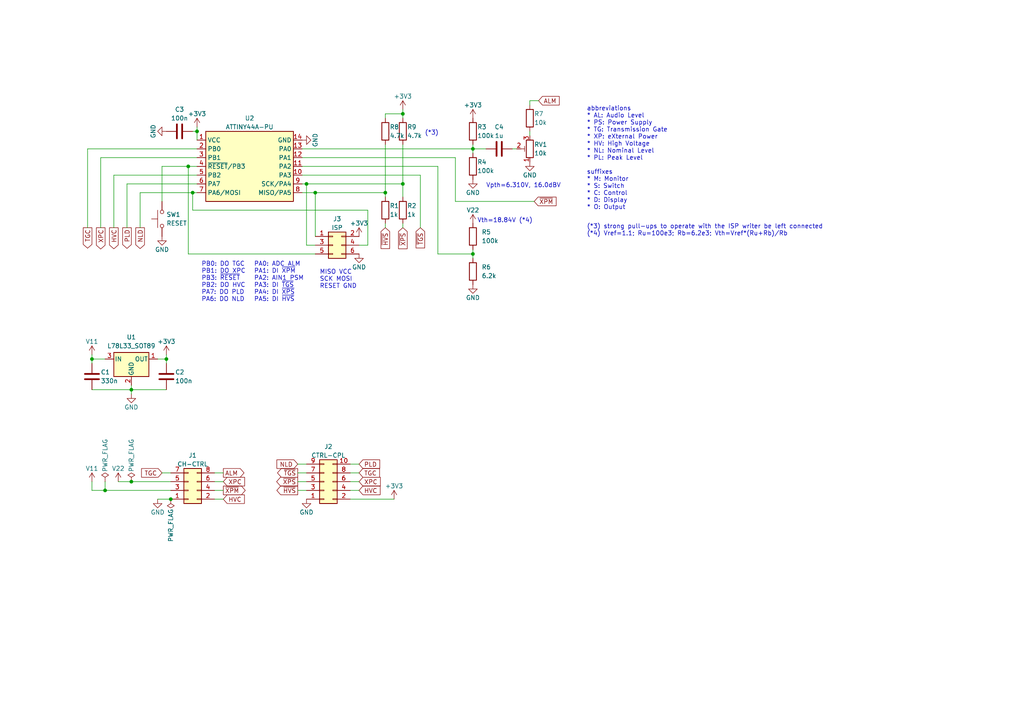
<source format=kicad_sch>
(kicad_sch (version 20211123) (generator eeschema)
  (paper "A4")
  (title_block (title "XPS:Channel:Controller") (company "yu2924"))
  (lib_symbols
    (symbol "Connector_Generic:Conn_02x03_Odd_Even" (pin_names (offset 1.016) hide)
      (property "Reference" "J" (at 1.27 5.08 0))
      (property "Value" "Conn_02x03_Odd_Even" (at 1.27 -5.08 0))
      (symbol "Conn_02x03_Odd_Even_1_1"
        (rectangle (start -1.27 -2.413) (end 0 -2.667) (stroke (width 0.1524)))
        (rectangle (start -1.27 0.127) (end 0 -0.127) (stroke (width 0.1524)))
        (rectangle (start -1.27 2.667) (end 0 2.413) (stroke (width 0.1524)))
        (rectangle (start -1.27 3.81) (end 3.81 -3.81) (stroke (width 0.254)) (fill (type background)))
        (rectangle (start 3.81 -2.413) (end 2.54 -2.667) (stroke (width 0.1524)))
        (rectangle (start 3.81 0.127) (end 2.54 -0.127) (stroke (width 0.1524)))
        (rectangle (start 3.81 2.667) (end 2.54 2.413) (stroke (width 0.1524)))
        (pin passive line (at -5.08 2.54 0) (length 3.81) (name "Pin_1") (number "1"))
        (pin passive line (at 7.62 2.54 180) (length 3.81) (name "Pin_2") (number "2"))
        (pin passive line (at -5.08 0 0) (length 3.81) (name "Pin_3") (number "3"))
        (pin passive line (at 7.62 0 180) (length 3.81) (name "Pin_4") (number "4"))
        (pin passive line (at -5.08 -2.54 0) (length 3.81) (name "Pin_5") (number "5"))
        (pin passive line (at 7.62 -2.54 180) (length 3.81) (name "Pin_6") (number "6"))
      )
    )
    (symbol "Connector_Generic:Conn_02x04_Odd_Even" (pin_names (offset 1.016) hide)
      (property "Reference" "J" (at 1.27 5.08 0))
      (property "Value" "Conn_02x04_Odd_Even" (at 1.27 -7.62 0))
      (symbol "Conn_02x04_Odd_Even_1_1"
        (rectangle (start -1.27 -4.953) (end 0 -5.207) (stroke (width 0.1524)))
        (rectangle (start -1.27 -2.413) (end 0 -2.667) (stroke (width 0.1524)))
        (rectangle (start -1.27 0.127) (end 0 -0.127) (stroke (width 0.1524)))
        (rectangle (start -1.27 2.667) (end 0 2.413) (stroke (width 0.1524)))
        (rectangle (start -1.27 3.81) (end 3.81 -6.35) (stroke (width 0.254)) (fill (type background)))
        (rectangle (start 3.81 -4.953) (end 2.54 -5.207) (stroke (width 0.1524)))
        (rectangle (start 3.81 -2.413) (end 2.54 -2.667) (stroke (width 0.1524)))
        (rectangle (start 3.81 0.127) (end 2.54 -0.127) (stroke (width 0.1524)))
        (rectangle (start 3.81 2.667) (end 2.54 2.413) (stroke (width 0.1524)))
        (pin passive line (at -5.08 2.54 0) (length 3.81) (name "Pin_1") (number "1"))
        (pin passive line (at 7.62 2.54 180) (length 3.81) (name "Pin_2") (number "2"))
        (pin passive line (at -5.08 0 0) (length 3.81) (name "Pin_3") (number "3"))
        (pin passive line (at 7.62 0 180) (length 3.81) (name "Pin_4") (number "4"))
        (pin passive line (at -5.08 -2.54 0) (length 3.81) (name "Pin_5") (number "5"))
        (pin passive line (at 7.62 -2.54 180) (length 3.81) (name "Pin_6") (number "6"))
        (pin passive line (at -5.08 -5.08 0) (length 3.81) (name "Pin_7") (number "7"))
        (pin passive line (at 7.62 -5.08 180) (length 3.81) (name "Pin_8") (number "8"))
      )
    )
    (symbol "Connector_Generic:Conn_02x05_Odd_Even" (pin_names (offset 1.016) hide)
      (property "Reference" "J" (at 1.27 7.62 0))
      (property "Value" "Conn_02x05_Odd_Even" (at 1.27 -7.62 0))
      (symbol "Conn_02x05_Odd_Even_1_1"
        (rectangle (start -1.27 -4.953) (end 0 -5.207) (stroke (width 0.1524)))
        (rectangle (start -1.27 -2.413) (end 0 -2.667) (stroke (width 0.1524)))
        (rectangle (start -1.27 0.127) (end 0 -0.127) (stroke (width 0.1524)))
        (rectangle (start -1.27 2.667) (end 0 2.413) (stroke (width 0.1524)))
        (rectangle (start -1.27 5.207) (end 0 4.953) (stroke (width 0.1524)))
        (rectangle (start -1.27 6.35) (end 3.81 -6.35) (stroke (width 0.254)) (fill (type background)))
        (rectangle (start 3.81 -4.953) (end 2.54 -5.207) (stroke (width 0.1524)))
        (rectangle (start 3.81 -2.413) (end 2.54 -2.667) (stroke (width 0.1524)))
        (rectangle (start 3.81 0.127) (end 2.54 -0.127) (stroke (width 0.1524)))
        (rectangle (start 3.81 2.667) (end 2.54 2.413) (stroke (width 0.1524)))
        (rectangle (start 3.81 5.207) (end 2.54 4.953) (stroke (width 0.1524)))
        (pin passive line (at -5.08 5.08 0) (length 3.81) (name "Pin_1") (number "1"))
        (pin passive line (at 7.62 -5.08 180) (length 3.81) (name "Pin_10") (number "10"))
        (pin passive line (at 7.62 5.08 180) (length 3.81) (name "Pin_2") (number "2"))
        (pin passive line (at -5.08 2.54 0) (length 3.81) (name "Pin_3") (number "3"))
        (pin passive line (at 7.62 2.54 180) (length 3.81) (name "Pin_4") (number "4"))
        (pin passive line (at -5.08 0 0) (length 3.81) (name "Pin_5") (number "5"))
        (pin passive line (at 7.62 0 180) (length 3.81) (name "Pin_6") (number "6"))
        (pin passive line (at -5.08 -2.54 0) (length 3.81) (name "Pin_7") (number "7"))
        (pin passive line (at 7.62 -2.54 180) (length 3.81) (name "Pin_8") (number "8"))
        (pin passive line (at -5.08 -5.08 0) (length 3.81) (name "Pin_9") (number "9"))
      )
    )
    (symbol "Device:C" (pin_numbers hide) (pin_names (offset 0.254))
      (property "Reference" "C" (at 0.635 2.54 0))
      (property "Value" "C" (at 0.635 -2.54 0))
      (symbol "C_0_1"
        (polyline (pts (xy -2.032 -0.762) (xy 2.032 -0.762)) (stroke (width 0.508)))
        (polyline (pts (xy -2.032 0.762) (xy 2.032 0.762)) (stroke (width 0.508)))
      )
      (symbol "C_1_1"
        (pin passive line (at 0 3.81 270) (length 2.794) (name "~") (number "1"))
        (pin passive line (at 0 -3.81 90) (length 2.794) (name "~") (number "2"))
      )
    )
    (symbol "Device:R" (pin_numbers hide) (pin_names (offset 0))
      (property "Reference" "R" (at 2.032 0 90))
      (property "Value" "R" (at 0 0 90))
      (symbol "R_0_1"
        (rectangle (start -1.016 -2.54) (end 1.016 2.54) (stroke (width 0.254)))
      )
      (symbol "R_1_1"
        (pin passive line (at 0 3.81 270) (length 1.27) (name "~") (number "1"))
        (pin passive line (at 0 -3.81 90) (length 1.27) (name "~") (number "2"))
      )
    )
    (symbol "Device:R_Potentiometer_Trim" (pin_names (offset 1.016) hide)
      (property "Reference" "RV" (at -4.445 0 90))
      (property "Value" "R_Potentiometer_Trim" (at -2.54 0 90))
      (symbol "R_Potentiometer_Trim_0_1"
        (polyline (pts (xy 1.524 0.762) (xy 1.524 -0.762)))
        (polyline (pts (xy 2.54 0) (xy 1.524 0)))
        (rectangle (start 1.016 2.54) (end -1.016 -2.54) (stroke (width 0.254)))
      )
      (symbol "R_Potentiometer_Trim_1_1"
        (pin passive line (at 0 3.81 270) (length 1.27) (name "1") (number "1"))
        (pin passive line (at 3.81 0 180) (length 1.27) (name "2") (number "2"))
        (pin passive line (at 0 -3.81 90) (length 1.27) (name "3") (number "3"))
      )
    )
    (symbol "Local:+11V" (power) (pin_names (offset 0))
      (property "Value" "+11V" (at 0 3.81 0))
      (symbol "+11V_0_1"
        (polyline (pts (xy -0.762 1.27) (xy 0 2.54)))
        (polyline (pts (xy 0 0) (xy 0 2.54)))
        (polyline (pts (xy 0 2.54) (xy 0.762 1.27)))
      )
      (symbol "+11V_1_1"
        (pin power_in line (at 0 0 90) (length 0) hide (name "V11") (number "1"))
      )
    )
    (symbol "Local:+22V" (power) (pin_names (offset 0))
      (property "Value" "+22V" (at 0 3.81 0))
      (symbol "+22V_0_1"
        (polyline (pts (xy -0.762 1.27) (xy 0 2.54)))
        (polyline (pts (xy 0 0) (xy 0 2.54)))
        (polyline (pts (xy 0 2.54) (xy 0.762 1.27)))
      )
      (symbol "+22V_1_1"
        (pin power_in line (at 0 0 90) (length 0) hide (name "V22") (number "1"))
      )
    )
    (symbol "Local:ATtiny44A-P-LAYOUT"
      (property "Reference" "U" (at -12.7 11.43 0))
      (property "Value" "ATtiny44A-P-LAYOUT" (at -10.16 -12.7 0))
      (symbol "ATtiny44A-P-LAYOUT_0_1"
        (rectangle (start -12.7 10.16) (end 12.7 -10.16) (stroke (width 0.254)) (fill (type background)))
      )
      (symbol "ATtiny44A-P-LAYOUT_1_1"
        (pin power_in line (at -15.24 7.62 0) (length 2.54) (name "VCC") (number "1"))
        (pin bidirectional line (at 15.24 -2.54 180) (length 2.54) (name "PA3") (number "10"))
        (pin bidirectional line (at 15.24 0 180) (length 2.54) (name "PA2") (number "11"))
        (pin bidirectional line (at 15.24 2.54 180) (length 2.54) (name "PA1") (number "12"))
        (pin bidirectional line (at 15.24 5.08 180) (length 2.54) (name "PA0") (number "13"))
        (pin power_in line (at 15.24 7.62 180) (length 2.54) (name "GND") (number "14"))
        (pin bidirectional line (at -15.24 5.08 0) (length 2.54) (name "PB0") (number "2"))
        (pin bidirectional line (at -15.24 2.54 0) (length 2.54) (name "PB1") (number "3"))
        (pin bidirectional line (at -15.24 0 0) (length 2.54) (name "~{RESET}/PB3") (number "4"))
        (pin bidirectional line (at -15.24 -2.54 0) (length 2.54) (name "PB2") (number "5"))
        (pin bidirectional line (at -15.24 -5.08 0) (length 2.54) (name "PA7") (number "6"))
        (pin bidirectional line (at -15.24 -7.62 0) (length 2.54) (name "PA6/MOSI") (number "7"))
        (pin bidirectional line (at 15.24 -7.62 180) (length 2.54) (name "MISO/PA5") (number "8"))
        (pin bidirectional line (at 15.24 -5.08 180) (length 2.54) (name "SCK/PA4") (number "9"))
      )
    )
    (symbol "Regulator_Linear:L78L33_SOT89" (pin_names (offset 0.254))
      (property "Reference" "U" (at -3.81 3.175 0))
      (property "Value" "L78L33_SOT89" (at -0.635 3.175 0))
      (symbol "L78L33_SOT89_0_1"
        (rectangle (start -5.08 1.905) (end 5.08 -5.08) (stroke (width 0.254)) (fill (type background)))
      )
      (symbol "L78L33_SOT89_1_1"
        (pin power_out line (at 7.62 0 180) (length 2.54) (name "OUT") (number "1"))
        (pin power_in line (at 0 -7.62 90) (length 2.54) (name "GND") (number "2"))
        (pin power_in line (at -7.62 0 0) (length 2.54) (name "IN") (number "3"))
      )
    )
    (symbol "Switch:SW_Push" (pin_numbers hide) (pin_names (offset 1.016) hide)
      (property "Reference" "SW" (at 1.27 2.54 0))
      (property "Value" "SW_Push" (at 0 -1.524 0))
      (symbol "SW_Push_0_1"
        (circle (center -2.032 0) (radius 0.508))
        (polyline (pts (xy 0 1.27) (xy 0 3.048)))
        (polyline (pts (xy 2.54 1.27) (xy -2.54 1.27)))
        (circle (center 2.032 0) (radius 0.508))
        (pin passive line (at -5.08 0 0) (length 2.54) (name "1") (number "1"))
        (pin passive line (at 5.08 0 180) (length 2.54) (name "2") (number "2"))
      )
    )
    (symbol "power:+3.3V" (power) (pin_names (offset 0))
      (property "Value" "+3.3V" (at 0 3.556 0))
      (symbol "+3.3V_0_1"
        (polyline (pts (xy -0.762 1.27) (xy 0 2.54)))
        (polyline (pts (xy 0 0) (xy 0 2.54)))
        (polyline (pts (xy 0 2.54) (xy 0.762 1.27)))
      )
      (symbol "+3.3V_1_1"
        (pin power_in line (at 0 0 90) (length 0) hide (name "+3V3") (number "1"))
      )
    )
    (symbol "power:GND" (power) (pin_names (offset 0))
      (property "Value" "GND" (at 0 -3.81 0))
      (symbol "GND_0_1"
        (polyline (pts (xy 0 0) (xy 0 -1.27) (xy 1.27 -1.27) (xy 0 -2.54) (xy -1.27 -1.27) (xy 0 -1.27)))
      )
      (symbol "GND_1_1"
        (pin power_in line (at 0 0 270) (length 0) hide (name "GND") (number "1"))
      )
    )
    (symbol "power:PWR_FLAG" (power) (pin_numbers hide) (pin_names (offset 0) hide)
      (property "Value" "PWR_FLAG" (at 0 3.81 0))
      (symbol "PWR_FLAG_0_0"
        (pin power_out line (at 0 0 90) (length 0) (name "pwr") (number "1"))
      )
      (symbol "PWR_FLAG_0_1"
        (polyline (pts (xy 0 0) (xy 0 1.27) (xy -1.016 1.905) (xy 0 2.54) (xy 1.016 1.905) (xy 0 1.27)))
      )
    )
  )
  (junction (at 26.67 104.14))
  (junction (at 116.84 33.02))
  (junction (at 30.48 142.24))
  (junction (at 49.53 144.78))
  (junction (at 137.16 73.66))
  (junction (at 88.9 53.34))
  (junction (at 91.44 55.88))
  (junction (at 38.1 139.7))
  (junction (at 55.88 55.88))
  (junction (at 48.26 104.14))
  (junction (at 137.16 43.18))
  (junction (at 54.61 48.26))
  (junction (at 116.84 53.34))
  (junction (at 57.15 38.1))
  (junction (at 111.76 55.88))
  (junction (at 38.1 113.03))
  (wire (pts (xy 55.88 60.96) (xy 106.68 60.96)))
  (wire (pts (xy 137.16 73.66) (xy 127 73.66)))
  (wire (pts (xy 137.16 43.18) (xy 140.97 43.18)))
  (wire (pts (xy 55.88 38.1) (xy 57.15 38.1)))
  (wire (pts (xy 104.14 142.24) (xy 101.6 142.24)))
  (wire (pts (xy 29.21 45.72) (xy 57.15 45.72)))
  (wire (pts (xy 40.64 66.04) (xy 40.64 55.88)))
  (wire (pts (xy 55.88 55.88) (xy 57.15 55.88)))
  (wire (pts (xy 111.76 64.77) (xy 111.76 66.04)))
  (wire (pts (xy 36.83 53.34) (xy 57.15 53.34)))
  (wire (pts (xy 127 48.26) (xy 87.63 48.26)))
  (wire (pts (xy 116.84 31.75) (xy 116.84 33.02)))
  (wire (pts (xy 153.67 29.21) (xy 153.67 30.48)))
  (wire (pts (xy 38.1 113.03) (xy 48.26 113.03)))
  (wire (pts (xy 87.63 43.18) (xy 137.16 43.18)))
  (wire (pts (xy 38.1 111.76) (xy 38.1 113.03)))
  (wire (pts (xy 86.36 134.62) (xy 88.9 134.62)))
  (wire (pts (xy 30.48 104.14) (xy 26.67 104.14)))
  (wire (pts (xy 57.15 38.1) (xy 57.15 40.64)))
  (wire (pts (xy 57.15 36.83) (xy 57.15 38.1)))
  (wire (pts (xy 137.16 41.91) (xy 137.16 43.18)))
  (wire (pts (xy 137.16 72.39) (xy 137.16 73.66)))
  (wire (pts (xy 30.48 142.24) (xy 26.67 142.24)))
  (wire (pts (xy 116.84 34.29) (xy 116.84 33.02)))
  (wire (pts (xy 111.76 33.02) (xy 111.76 34.29)))
  (wire (pts (xy 26.67 104.14) (xy 26.67 102.87)))
  (wire (pts (xy 127 73.66) (xy 127 48.26)))
  (wire (pts (xy 111.76 55.88) (xy 111.76 57.15)))
  (wire (pts (xy 86.36 139.7) (xy 88.9 139.7)))
  (wire (pts (xy 86.36 137.16) (xy 88.9 137.16)))
  (wire (pts (xy 64.77 142.24) (xy 62.23 142.24)))
  (wire (pts (xy 46.99 48.26) (xy 54.61 48.26)))
  (wire (pts (xy 87.63 50.8) (xy 121.92 50.8)))
  (wire (pts (xy 33.02 50.8) (xy 57.15 50.8)))
  (wire (pts (xy 148.59 43.18) (xy 149.86 43.18)))
  (wire (pts (xy 40.64 55.88) (xy 55.88 55.88)))
  (wire (pts (xy 38.1 139.7) (xy 34.29 139.7)))
  (wire (pts (xy 30.48 139.7) (xy 30.48 142.24)))
  (wire (pts (xy 86.36 142.24) (xy 88.9 142.24)))
  (wire (pts (xy 25.4 43.18) (xy 57.15 43.18)))
  (wire (pts (xy 26.67 113.03) (xy 38.1 113.03)))
  (wire (pts (xy 132.08 58.42) (xy 154.94 58.42)))
  (wire (pts (xy 116.84 64.77) (xy 116.84 66.04)))
  (wire (pts (xy 153.67 38.1) (xy 153.67 39.37)))
  (wire (pts (xy 26.67 142.24) (xy 26.67 139.7)))
  (wire (pts (xy 87.63 55.88) (xy 91.44 55.88)))
  (wire (pts (xy 29.21 66.04) (xy 29.21 45.72)))
  (wire (pts (xy 48.26 102.87) (xy 48.26 104.14)))
  (wire (pts (xy 116.84 33.02) (xy 111.76 33.02)))
  (wire (pts (xy 25.4 66.04) (xy 25.4 43.18)))
  (wire (pts (xy 116.84 41.91) (xy 116.84 53.34)))
  (wire (pts (xy 33.02 66.04) (xy 33.02 50.8)))
  (wire (pts (xy 54.61 48.26) (xy 57.15 48.26)))
  (wire (pts (xy 64.77 144.78) (xy 62.23 144.78)))
  (wire (pts (xy 64.77 139.7) (xy 62.23 139.7)))
  (wire (pts (xy 104.14 134.62) (xy 101.6 134.62)))
  (wire (pts (xy 46.99 137.16) (xy 49.53 137.16)))
  (wire (pts (xy 137.16 44.45) (xy 137.16 43.18)))
  (wire (pts (xy 49.53 144.78) (xy 45.72 144.78)))
  (wire (pts (xy 132.08 45.72) (xy 132.08 58.42)))
  (wire (pts (xy 104.14 137.16) (xy 101.6 137.16)))
  (wire (pts (xy 49.53 142.24) (xy 30.48 142.24)))
  (wire (pts (xy 49.53 139.7) (xy 38.1 139.7)))
  (wire (pts (xy 106.68 71.12) (xy 104.14 71.12)))
  (wire (pts (xy 156.21 29.21) (xy 153.67 29.21)))
  (wire (pts (xy 101.6 144.78) (xy 114.3 144.78)))
  (wire (pts (xy 26.67 104.14) (xy 26.67 105.41)))
  (wire (pts (xy 87.63 45.72) (xy 132.08 45.72)))
  (wire (pts (xy 88.9 71.12) (xy 91.44 71.12)))
  (wire (pts (xy 91.44 55.88) (xy 111.76 55.88)))
  (wire (pts (xy 87.63 53.34) (xy 88.9 53.34)))
  (wire (pts (xy 106.68 60.96) (xy 106.68 71.12)))
  (wire (pts (xy 91.44 55.88) (xy 91.44 68.58)))
  (wire (pts (xy 46.99 48.26) (xy 46.99 58.42)))
  (wire (pts (xy 55.88 55.88) (xy 55.88 60.96)))
  (wire (pts (xy 111.76 41.91) (xy 111.76 55.88)))
  (wire (pts (xy 38.1 113.03) (xy 38.1 114.3)))
  (wire (pts (xy 116.84 53.34) (xy 116.84 57.15)))
  (wire (pts (xy 64.77 137.16) (xy 62.23 137.16)))
  (wire (pts (xy 48.26 104.14) (xy 48.26 105.41)))
  (wire (pts (xy 54.61 73.66) (xy 91.44 73.66)))
  (wire (pts (xy 137.16 73.66) (xy 137.16 74.93)))
  (wire (pts (xy 36.83 66.04) (xy 36.83 53.34)))
  (wire (pts (xy 121.92 50.8) (xy 121.92 66.04)))
  (wire (pts (xy 45.72 104.14) (xy 48.26 104.14)))
  (wire (pts (xy 88.9 53.34) (xy 88.9 71.12)))
  (wire (pts (xy 54.61 48.26) (xy 54.61 73.66)))
  (wire (pts (xy 88.9 53.34) (xy 116.84 53.34)))
  (wire (pts (xy 104.14 139.7) (xy 101.6 139.7)))
  (text "Vpth=6.310V, 16.0dBV" (at 140.97 54.61 0) (effects (font (size 1.27 1.27)) (justify left bottom)))
  (text "PB0: DO TGC\nPB1: DO XPC\nPB3: ~{RESET}\nPB2: DO HVC\nPA7: DO PLD\nPA6: DO NLD" (at 58.42 87.63 0) (effects (font (size 1.27 1.27)) (justify left bottom)))
  (text "Vth=18.84V (*4)" (at 138.43 64.77 0) (effects (font (size 1.27 1.27)) (justify left bottom)))
  (text "MISO VCC\nSCK MOSI\nRESET GND" (at 92.71 83.82 0) (effects (font (size 1.27 1.27)) (justify left bottom)))
  (text "(*3)" (at 123.19 39.37 0) (effects (font (size 1.27 1.27)) (justify left bottom)))
  (text "abbreviations\n* AL: Audio Level\n* PS: Power Supply\n* TG: Transmission Gate\n* XP: eXternal Power\n* HV: High Voltage\n* NL: Nominal Level\n* PL: Peak Level\n\nsuffixes\n* M: Monitor\n* S: Switch\n* C: Control\n* D: Display\n* O: Output" (at 170.18 60.96 0) (effects (font (size 1.27 1.27)) (justify left bottom)))
  (text "PA0: ADC ALM\nPA1: DI ~{XPM}\nPA2: AIN1 PSM\nPA3: DI ~{TGS}\nPA4: DI ~{XPS}\nPA5: DI ~{HVS}" (at 73.66 87.63 0) (effects (font (size 1.27 1.27)) (justify left bottom)))
  (text "(*3) strong pull-ups to operate with the ISP writer be left connected\n(*4) Vref=1.1; Ru=100e3; Rb=6.2e3; Vth=Vref*(Ru+Rb)/Rb" (at 170.18 68.58 0) (effects (font (size 1.27 1.27)) (justify left bottom)))
  (global_label "TGC" (shape output) (at 25.4 66.04 270) (property "Intersheet References" "${INTERSHEET_REFS}" (effects hide)))
  (global_label "ALM" (shape input) (at 156.21 29.21 0) (property "Intersheet References" "${INTERSHEET_REFS}" (effects hide)))
  (global_label "~{HVS}" (shape output) (at 86.36 142.24 180) (property "Intersheet References" "${INTERSHEET_REFS}" (effects hide)))
  (global_label "NLD" (shape output) (at 40.64 66.04 270) (property "Intersheet References" "${INTERSHEET_REFS}" (effects hide)))
  (global_label "HVC" (shape input) (at 104.14 142.24 0) (property "Intersheet References" "${INTERSHEET_REFS}" (effects hide)))
  (global_label "PLD" (shape output) (at 36.83 66.04 270) (property "Intersheet References" "${INTERSHEET_REFS}" (effects hide)))
  (global_label "~{XPS}" (shape output) (at 86.36 139.7 180) (property "Intersheet References" "${INTERSHEET_REFS}" (effects hide)))
  (global_label "~{TGS}" (shape output) (at 86.36 137.16 180) (property "Intersheet References" "${INTERSHEET_REFS}" (effects hide)))
  (global_label "NLD" (shape input) (at 86.36 134.62 180) (property "Intersheet References" "${INTERSHEET_REFS}" (effects hide)))
  (global_label "HVC" (shape output) (at 33.02 66.04 270) (property "Intersheet References" "${INTERSHEET_REFS}" (effects hide)))
  (global_label "TGC" (shape input) (at 104.14 137.16 0) (property "Intersheet References" "${INTERSHEET_REFS}" (effects hide)))
  (global_label "XPC" (shape input) (at 104.14 139.7 0) (property "Intersheet References" "${INTERSHEET_REFS}" (effects hide)))
  (global_label "TGC" (shape input) (at 46.99 137.16 180) (property "Intersheet References" "${INTERSHEET_REFS}" (effects hide)))
  (global_label "HVC" (shape input) (at 64.77 144.78 0) (property "Intersheet References" "${INTERSHEET_REFS}" (effects hide)))
  (global_label "~{HVS}" (shape input) (at 111.76 66.04 270) (property "Intersheet References" "${INTERSHEET_REFS}" (effects hide)))
  (global_label "~{XPM}" (shape input) (at 154.94 58.42 0) (property "Intersheet References" "${INTERSHEET_REFS}" (effects hide)))
  (global_label "ALM" (shape output) (at 64.77 137.16 0) (property "Intersheet References" "${INTERSHEET_REFS}" (effects hide)))
  (global_label "XPC" (shape output) (at 29.21 66.04 270) (property "Intersheet References" "${INTERSHEET_REFS}" (effects hide)))
  (global_label "~{TGS}" (shape input) (at 121.92 66.04 270) (property "Intersheet References" "${INTERSHEET_REFS}" (effects hide)))
  (global_label "XPC" (shape input) (at 64.77 139.7 0) (property "Intersheet References" "${INTERSHEET_REFS}" (effects hide)))
  (global_label "PLD" (shape input) (at 104.14 134.62 0) (property "Intersheet References" "${INTERSHEET_REFS}" (effects hide)))
  (global_label "~{XPS}" (shape input) (at 116.84 66.04 270) (property "Intersheet References" "${INTERSHEET_REFS}" (effects hide)))
  (global_label "~{XPM}" (shape output) (at 64.77 142.24 0) (property "Intersheet References" "${INTERSHEET_REFS}" (effects hide)))
  (symbol (lib_id "power:GND") (at 104.14 73.66 0) (unit 1)
    (property "Reference" "#PWR014" (effects hide))
    (property "Value" "GND" (at 104.14 77.47 0))
  )
  (symbol (lib_id "power:GND") (at 137.16 82.55 0) (unit 1)
    (property "Reference" "#PWR018" (effects hide))
    (property "Value" "GND" (at 137.16 86.36 0))
  )
  (symbol (lib_id "Device:R") (at 111.76 60.96 0) (unit 1)
    (property "Reference" "R1" (at 113.03 59.69 0) (effects (justify left)))
    (property "Value" "1k" (at 113.03 62.23 0) (effects (justify left)))
    (property "Footprint" "Local:R-THT-Axial-Horz-P5.08mm" (effects hide))
  )
  (symbol (lib_id "power:PWR_FLAG") (at 38.1 139.7 0) (mirror y) (unit 1)
    (property "Reference" "#FLG02" (effects hide))
    (property "Value" "PWR_FLAG" (at 38.1 132.08 90))
  )
  (symbol (lib_id "Switch:SW_Push") (at 46.99 63.5 90) (unit 1)
    (property "Reference" "SW1" (at 48.26 62.2299 90) (effects (justify right)))
    (property "Value" "RESET" (at 48.26 64.7699 90) (effects (justify right)))
    (property "Footprint" "Local:SW-Tactile-2P" (effects hide))
  )
  (symbol (lib_id "Device:R") (at 111.76 38.1 0) (unit 1)
    (property "Reference" "R8" (at 113.03 36.83 0) (effects (justify left)))
    (property "Value" "4.7k" (at 113.03 39.37 0) (effects (justify left)))
    (property "Footprint" "Local:R-THT-Axial-Horz-P5.08mm" (effects hide))
  )
  (symbol (lib_id "Connector_Generic:Conn_02x04_Odd_Even") (at 54.61 142.24 0) (mirror x) (unit 1)
    (property "Reference" "J1" (at 55.88 132.08 0))
    (property "Value" "CH-CTRL" (at 55.88 134.62 0))
    (property "Footprint" "Local:PinSocket-2x04-P2.54mm-Vertical" (effects hide))
  )
  (symbol (lib_id "power:GND") (at 45.72 144.78 0) (unit 1)
    (property "Reference" "#PWR02" (effects hide))
    (property "Value" "GND" (at 45.72 148.59 0))
  )
  (symbol (lib_id "Device:C") (at 48.26 109.22 0) (unit 1)
    (property "Reference" "C2" (at 50.8 107.95 0) (effects (justify left)))
    (property "Value" "100n" (at 50.8 110.49 0) (effects (justify left)))
    (property "Footprint" "Capacitor_SMD:C_0603_1608Metric_Pad1.08x0.95mm_HandSolder" (effects hide))
  )
  (symbol (lib_id "Connector_Generic:Conn_02x05_Odd_Even") (at 93.98 139.7 0) (mirror x) (unit 1)
    (property "Reference" "J2" (at 95.25 129.54 0))
    (property "Value" "CTRL-CPL" (at 95.25 132.08 0))
    (property "Footprint" "Local:PinHeader-2x05-P2.54mm-Vertical" (effects hide))
  )
  (symbol (lib_id "Connector_Generic:Conn_02x03_Odd_Even") (at 96.52 71.12 0) (unit 1)
    (property "Reference" "J3" (at 97.79 63.5 0))
    (property "Value" "ISP" (at 97.79 66.04 0))
    (property "Footprint" "Local:PinHeader-2x03-P2.54mm-Vertical" (effects hide))
  )
  (symbol (lib_id "power:GND") (at 87.63 40.64 90) (unit 1)
    (property "Reference" "#PWR012" (effects hide))
    (property "Value" "GND" (at 91.44 40.64 0))
  )
  (symbol (lib_id "Local:+22V") (at 34.29 139.7 0) (unit 1)
    (property "Reference" "#PWR06" (effects hide))
    (property "Value" "+22V" (at 34.29 135.89 0))
  )
  (symbol (lib_id "Device:R_Potentiometer_Trim") (at 153.67 43.18 180) (unit 1)
    (property "Reference" "RV1" (at 154.94 41.91 0) (effects (justify right)))
    (property "Value" "10k" (at 154.94 44.45 0) (effects (justify right)))
    (property "Footprint" "Local:TOCOS-GF063P1" (effects hide))
  )
  (symbol (lib_id "Device:C") (at 52.07 38.1 90) (unit 1)
    (property "Reference" "C3" (at 52.07 31.75 90))
    (property "Value" "100n" (at 52.07 34.29 90))
    (property "Footprint" "Capacitor_SMD:C_0603_1608Metric_Pad1.08x0.95mm_HandSolder" (effects hide))
  )
  (symbol (lib_id "power:GND") (at 46.99 68.58 0) (unit 1)
    (property "Reference" "#PWR04" (effects hide))
    (property "Value" "GND" (at 46.99 72.39 0))
  )
  (symbol (lib_id "power:GND") (at 153.67 46.99 0) (unit 1)
    (property "Reference" "#PWR019" (effects hide))
    (property "Value" "GND" (at 153.67 50.8 0))
  )
  (symbol (lib_id "power:+3.3V") (at 104.14 68.58 0) (unit 1)
    (property "Reference" "#PWR013" (effects hide))
    (property "Value" "+3.3V" (at 104.14 64.77 0))
  )
  (symbol (lib_id "Local:+11V") (at 26.67 139.7 0) (unit 1)
    (property "Reference" "#PWR08" (effects hide))
    (property "Value" "+11V" (at 26.67 135.89 0))
  )
  (symbol (lib_id "Device:R") (at 116.84 38.1 0) (unit 1)
    (property "Reference" "R9" (at 118.11 36.83 0) (effects (justify left)))
    (property "Value" "4.7k" (at 118.11 39.37 0) (effects (justify left)))
    (property "Footprint" "Local:R-THT-Axial-Horz-P5.08mm" (effects hide))
  )
  (symbol (lib_id "power:GND") (at 137.16 52.07 0) (unit 1)
    (property "Reference" "#PWR016" (effects hide))
    (property "Value" "GND" (at 137.16 55.88 0))
  )
  (symbol (lib_id "Regulator_Linear:L78L33_SOT89") (at 38.1 104.14 0) (unit 1)
    (property "Reference" "U1" (at 38.1 97.79 0))
    (property "Value" "L78L33_SOT89" (at 38.1 100.33 0))
    (property "Footprint" "Local:SOT-89-3" (effects hide))
    (property "Datasheet" "http://www.st.com/content/ccc/resource/technical/document/datasheet/15/55/e5/aa/23/5b/43/fd/CD00000446.pdf/files/CD00000446.pdf/jcr:content/translations/en.CD00000446.pdf" (effects hide))
    (property "Comment" "JRC NJM78L33SU3" (effects hide))
  )
  (symbol (lib_id "Local:+11V") (at 26.67 102.87 0) (unit 1)
    (property "Reference" "#PWR01" (effects hide))
    (property "Value" "+11V" (at 26.67 99.06 0))
  )
  (symbol (lib_id "power:PWR_FLAG") (at 30.48 139.7 0) (mirror y) (unit 1)
    (property "Reference" "#FLG03" (effects hide))
    (property "Value" "PWR_FLAG" (at 30.48 132.08 90))
  )
  (symbol (lib_id "power:+3.3V") (at 116.84 31.75 0) (unit 1)
    (property "Reference" "#PWR021" (effects hide))
    (property "Value" "+3.3V" (at 116.84 27.94 0))
  )
  (symbol (lib_id "power:+3.3V") (at 137.16 34.29 0) (unit 1)
    (property "Reference" "#PWR015" (effects hide))
    (property "Value" "+3.3V" (at 137.16 30.48 0))
  )
  (symbol (lib_id "Device:R") (at 137.16 38.1 0) (unit 1)
    (property "Reference" "R3" (at 138.43 36.83 0) (effects (justify left)))
    (property "Value" "100k" (at 138.43 39.37 0) (effects (justify left)))
    (property "Footprint" "Local:R-THT-Axial-Horz-P5.08mm" (effects hide))
  )
  (symbol (lib_id "Device:R") (at 116.84 60.96 0) (unit 1)
    (property "Reference" "R2" (at 118.11 59.69 0) (effects (justify left)))
    (property "Value" "1k" (at 118.11 62.23 0) (effects (justify left)))
    (property "Footprint" "Local:R-THT-Axial-Horz-P5.08mm" (effects hide))
  )
  (symbol (lib_id "power:GND") (at 38.1 114.3 0) (unit 1)
    (property "Reference" "#PWR03" (effects hide))
    (property "Value" "GND" (at 38.1 118.11 0))
  )
  (symbol (lib_id "power:+3.3V") (at 114.3 144.78 0) (unit 1)
    (property "Reference" "#PWR010" (effects hide))
    (property "Value" "+3.3V" (at 114.3 140.97 0))
  )
  (symbol (lib_id "Device:R") (at 137.16 78.74 0) (unit 1)
    (property "Reference" "R6" (at 139.7 77.4699 0) (effects (justify left)))
    (property "Value" "6.2k" (at 139.7 80.0099 0) (effects (justify left)))
    (property "Footprint" "Local:R-THT-Axial-Horz-P5.08mm" (effects hide))
  )
  (symbol (lib_id "power:GND") (at 88.9 144.78 0) (unit 1)
    (property "Reference" "#PWR011" (effects hide))
    (property "Value" "GND" (at 88.9 148.59 0))
  )
  (symbol (lib_id "Local:+22V") (at 137.16 64.77 0) (unit 1)
    (property "Reference" "#PWR017" (effects hide))
    (property "Value" "+22V" (at 137.16 60.96 0))
  )
  (symbol (lib_id "power:PWR_FLAG") (at 49.53 144.78 0) (mirror x) (unit 1)
    (property "Reference" "#FLG01" (effects hide))
    (property "Value" "PWR_FLAG" (at 49.53 152.4 90))
  )
  (symbol (lib_id "power:GND") (at 48.26 38.1 270) (unit 1)
    (property "Reference" "#PWR05" (effects hide))
    (property "Value" "GND" (at 44.45 38.1 0))
  )
  (symbol (lib_id "Local:ATtiny44A-P-LAYOUT") (at 72.39 48.26 0) (unit 1)
    (property "Reference" "U2" (at 72.39 34.29 0))
    (property "Value" "ATTINY44A-PU" (at 72.39 36.83 0))
    (property "Footprint" "Local:DIP-14-W7.62mm" (effects hide))
    (property "Datasheet" "http://ww1.microchip.com/downloads/en/DeviceDoc/doc8183.pdf" (effects hide))
  )
  (symbol (lib_id "power:+3.3V") (at 48.26 102.87 0) (unit 1)
    (property "Reference" "#PWR07" (effects hide))
    (property "Value" "+3.3V" (at 48.26 99.06 0))
  )
  (symbol (lib_id "Device:C") (at 144.78 43.18 90) (unit 1)
    (property "Reference" "C4" (at 144.78 36.83 90))
    (property "Value" "1u" (at 144.78 39.37 90))
    (property "Footprint" "Local:C-THT-Disk-P5.08mm-Large" (effects hide))
  )
  (symbol (lib_id "Device:R") (at 137.16 48.26 0) (unit 1)
    (property "Reference" "R4" (at 138.43 46.99 0) (effects (justify left)))
    (property "Value" "100k" (at 138.43 49.53 0) (effects (justify left)))
    (property "Footprint" "Local:R-THT-Axial-Horz-P5.08mm" (effects hide))
  )
  (symbol (lib_id "Device:C") (at 26.67 109.22 0) (unit 1)
    (property "Reference" "C1" (at 29.21 107.95 0) (effects (justify left)))
    (property "Value" "330n" (at 29.21 110.49 0) (effects (justify left)))
    (property "Footprint" "Capacitor_SMD:C_0805_2012Metric_Pad1.18x1.45mm_HandSolder" (effects hide))
  )
  (symbol (lib_id "power:+3.3V") (at 57.15 36.83 0) (unit 1)
    (property "Reference" "#PWR09" (effects hide))
    (property "Value" "+3.3V" (at 57.15 33.02 0))
  )
  (symbol (lib_id "Device:R") (at 137.16 68.58 0) (unit 1)
    (property "Reference" "R5" (at 139.7 67.3099 0) (effects (justify left)))
    (property "Value" "100k" (at 139.7 69.8499 0) (effects (justify left)))
    (property "Footprint" "Local:R-THT-Axial-Horz-P5.08mm" (effects hide))
  )
  (symbol (lib_id "Device:R") (at 153.67 34.29 0) (unit 1)
    (property "Reference" "R7" (at 154.94 33.02 0) (effects (justify left)))
    (property "Value" "10k" (at 154.94 35.56 0) (effects (justify left)))
    (property "Footprint" "Local:R-THT-Axial-Horz-P5.08mm" (effects hide))
  )
)
</source>
